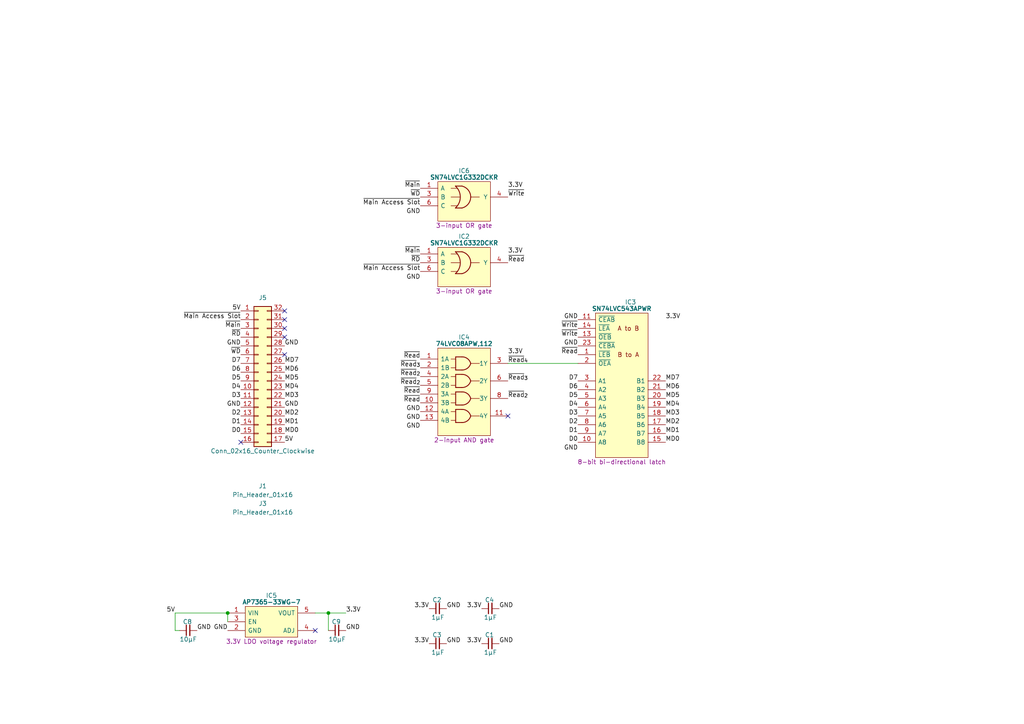
<source format=kicad_sch>
(kicad_sch (version 20230121) (generator eeschema)
  (paper "A4")
  (title_block (title "Main Memory Data") (date "2023-12-05") (rev "V0"))
  (lib_symbols
    (symbol "Connector_Generic:Conn_02x16_Counter_Clockwise" (pin_names (offset 1.016) hide)
      (property "Reference" "J" (at 1.27 20.32 0))
      (property "Value" "Conn_02x16_Counter_Clockwise" (at 1.27 -22.86 0))
      (symbol "Conn_02x16_Counter_Clockwise_1_1"
        (rectangle (start -1.27 -20.193) (end 0 -20.447) (stroke (width 0.1524)))
        (rectangle (start -1.27 -17.653) (end 0 -17.907) (stroke (width 0.1524)))
        (rectangle (start -1.27 -15.113) (end 0 -15.367) (stroke (width 0.1524)))
        (rectangle (start -1.27 -12.573) (end 0 -12.827) (stroke (width 0.1524)))
        (rectangle (start -1.27 -10.033) (end 0 -10.287) (stroke (width 0.1524)))
        (rectangle (start -1.27 -7.493) (end 0 -7.747) (stroke (width 0.1524)))
        (rectangle (start -1.27 -4.953) (end 0 -5.207) (stroke (width 0.1524)))
        (rectangle (start -1.27 -2.413) (end 0 -2.667) (stroke (width 0.1524)))
        (rectangle (start -1.27 0.127) (end 0 -0.127) (stroke (width 0.1524)))
        (rectangle (start -1.27 2.667) (end 0 2.413) (stroke (width 0.1524)))
        (rectangle (start -1.27 5.207) (end 0 4.953) (stroke (width 0.1524)))
        (rectangle (start -1.27 7.747) (end 0 7.493) (stroke (width 0.1524)))
        (rectangle (start -1.27 10.287) (end 0 10.033) (stroke (width 0.1524)))
        (rectangle (start -1.27 12.827) (end 0 12.573) (stroke (width 0.1524)))
        (rectangle (start -1.27 15.367) (end 0 15.113) (stroke (width 0.1524)))
        (rectangle (start -1.27 17.907) (end 0 17.653) (stroke (width 0.1524)))
        (rectangle (start -1.27 19.05) (end 3.81 -21.59) (stroke (width 0.254)) (fill (type background)))
        (rectangle (start 3.81 -20.193) (end 2.54 -20.447) (stroke (width 0.1524)))
        (rectangle (start 3.81 -17.653) (end 2.54 -17.907) (stroke (width 0.1524)))
        (rectangle (start 3.81 -15.113) (end 2.54 -15.367) (stroke (width 0.1524)))
        (rectangle (start 3.81 -12.573) (end 2.54 -12.827) (stroke (width 0.1524)))
        (rectangle (start 3.81 -10.033) (end 2.54 -10.287) (stroke (width 0.1524)))
        (rectangle (start 3.81 -7.493) (end 2.54 -7.747) (stroke (width 0.1524)))
        (rectangle (start 3.81 -4.953) (end 2.54 -5.207) (stroke (width 0.1524)))
        (rectangle (start 3.81 -2.413) (end 2.54 -2.667) (stroke (width 0.1524)))
        (rectangle (start 3.81 0.127) (end 2.54 -0.127) (stroke (width 0.1524)))
        (rectangle (start 3.81 2.667) (end 2.54 2.413) (stroke (width 0.1524)))
        (rectangle (start 3.81 5.207) (end 2.54 4.953) (stroke (width 0.1524)))
        (rectangle (start 3.81 7.747) (end 2.54 7.493) (stroke (width 0.1524)))
        (rectangle (start 3.81 10.287) (end 2.54 10.033) (stroke (width 0.1524)))
        (rectangle (start 3.81 12.827) (end 2.54 12.573) (stroke (width 0.1524)))
        (rectangle (start 3.81 15.367) (end 2.54 15.113) (stroke (width 0.1524)))
        (rectangle (start 3.81 17.907) (end 2.54 17.653) (stroke (width 0.1524)))
        (pin passive line (at -5.08 17.78 0) (length 3.81) (name "Pin_1") (number "1"))
        (pin passive line (at -5.08 -5.08 0) (length 3.81) (name "Pin_10") (number "10"))
        (pin passive line (at -5.08 -7.62 0) (length 3.81) (name "Pin_11") (number "11"))
        (pin passive line (at -5.08 -10.16 0) (length 3.81) (name "Pin_12") (number "12"))
        (pin passive line (at -5.08 -12.7 0) (length 3.81) (name "Pin_13") (number "13"))
        (pin passive line (at -5.08 -15.24 0) (length 3.81) (name "Pin_14") (number "14"))
        (pin passive line (at -5.08 -17.78 0) (length 3.81) (name "Pin_15") (number "15"))
        (pin passive line (at -5.08 -20.32 0) (length 3.81) (name "Pin_16") (number "16"))
        (pin passive line (at 7.62 -20.32 180) (length 3.81) (name "Pin_17") (number "17"))
        (pin passive line (at 7.62 -17.78 180) (length 3.81) (name "Pin_18") (number "18"))
        (pin passive line (at 7.62 -15.24 180) (length 3.81) (name "Pin_19") (number "19"))
        (pin passive line (at -5.08 15.24 0) (length 3.81) (name "Pin_2") (number "2"))
        (pin passive line (at 7.62 -12.7 180) (length 3.81) (name "Pin_20") (number "20"))
        (pin passive line (at 7.62 -10.16 180) (length 3.81) (name "Pin_21") (number "21"))
        (pin passive line (at 7.62 -7.62 180) (length 3.81) (name "Pin_22") (number "22"))
        (pin passive line (at 7.62 -5.08 180) (length 3.81) (name "Pin_23") (number "23"))
        (pin passive line (at 7.62 -2.54 180) (length 3.81) (name "Pin_24") (number "24"))
        (pin passive line (at 7.62 0 180) (length 3.81) (name "Pin_25") (number "25"))
        (pin passive line (at 7.62 2.54 180) (length 3.81) (name "Pin_26") (number "26"))
        (pin passive line (at 7.62 5.08 180) (length 3.81) (name "Pin_27") (number "27"))
        (pin passive line (at 7.62 7.62 180) (length 3.81) (name "Pin_28") (number "28"))
        (pin passive line (at 7.62 10.16 180) (length 3.81) (name "Pin_29") (number "29"))
        (pin passive line (at -5.08 12.7 0) (length 3.81) (name "Pin_3") (number "3"))
        (pin passive line (at 7.62 12.7 180) (length 3.81) (name "Pin_30") (number "30"))
        (pin passive line (at 7.62 15.24 180) (length 3.81) (name "Pin_31") (number "31"))
        (pin passive line (at 7.62 17.78 180) (length 3.81) (name "Pin_32") (number "32"))
        (pin passive line (at -5.08 10.16 0) (length 3.81) (name "Pin_4") (number "4"))
        (pin passive line (at -5.08 7.62 0) (length 3.81) (name "Pin_5") (number "5"))
        (pin passive line (at -5.08 5.08 0) (length 3.81) (name "Pin_6") (number "6"))
        (pin passive line (at -5.08 2.54 0) (length 3.81) (name "Pin_7") (number "7"))
        (pin passive line (at -5.08 0 0) (length 3.81) (name "Pin_8") (number "8"))
        (pin passive line (at -5.08 -2.54 0) (length 3.81) (name "Pin_9") (number "9"))
      )
    )
    (symbol "Diodes_Inc:AP7365-33WG-7" (pin_names (offset 0.762))
      (property "Reference" "IC" (at 12.7 5.08 0))
      (property "Value" "AP7365-33WG-7" (at 12.7 3.175 0))
      (property "Description" "3.3V LDO voltage regulator" (at 12.7 -8.255 0))
      (symbol "AP7365-33WG-7_0_0"
        (pin passive line (at 0 0 0) (length 5.08) (name "VIN") (number "1"))
        (pin passive line (at 0 -5.08 0) (length 5.08) (name "GND") (number "2"))
        (pin input line (at 0 -2.54 0) (length 5.08) (name "EN") (number "3"))
        (pin passive line (at 25.4 -5.08 180) (length 5.08) (name "ADJ") (number "4"))
        (pin passive line (at 25.4 0 180) (length 5.08) (name "VOUT") (number "5"))
      )
      (symbol "AP7365-33WG-7_0_1"
        (polyline (pts (xy 5.08 1.905) (xy 20.32 1.905) (xy 20.32 -6.985) (xy 5.08 -6.985) (xy 5.08 1.905)) (fill (type background)))
      )
    )
    (symbol "HCP65:C_0805" (pin_numbers hide) (pin_names (offset 0.254) hide)
      (property "Reference" "C" (at 2.286 2.54 0))
      (property "Value" "?μF" (at 2.54 -2.54 0))
      (symbol "C_0805_0_1"
        (polyline (pts (xy 1.9685 -1.4605) (xy 1.9685 1.5875)) (stroke (width 0.3048)))
        (polyline (pts (xy 2.9845 -1.4605) (xy 2.9845 1.5875)) (stroke (width 0.3302)))
      )
      (symbol "C_0805_1_1"
        (pin passive line (at 0 0 0) (length 2.032) (name "~") (number "1"))
        (pin passive line (at 5.08 0 180) (length 2.032) (name "~") (number "2"))
      )
    )
    (symbol "HCP65:Pin_Header_01x16" (pin_names (offset 1.016) hide)
      (property "Reference" "J" (at 0 1.27 0))
      (property "Value" "Pin_Header_01x16" (at 0 -1.27 0))
    )
    (symbol "Nexperia:74LVC08APW,112" (pin_names (offset 0.762))
      (property "Reference" "IC" (at 12.7 6.35 0))
      (property "Value" "74LVC08APW,112" (at 12.7 4.445 0))
      (property "Description" "2-input AND gate" (at 12.7 -23.495 0))
      (symbol "74LVC08APW,112_0_0"
        (pin input line (at 0 0 0) (length 5.08) (name "1A") (number "1"))
        (pin input line (at 0 -12.7 0) (length 5.08) (name "3B") (number "10"))
        (pin output line (at 25.4 -16.51 180) (length 5.08) (name "4Y") (number "11"))
        (pin input line (at 0 -15.24 0) (length 5.08) (name "4A") (number "12"))
        (pin input line (at 0 -17.78 0) (length 5.08) (name "4B") (number "13"))
        (pin passive line (at 25.4 1.27 180) (length 5.08) hide (name "3V") (number "14"))
        (pin input line (at 0 -2.54 0) (length 5.08) (name "1B") (number "2"))
        (pin passive line (at 25.4 -1.27 180) (length 5.08) (name "1Y") (number "3"))
        (pin input line (at 0 -5.08 0) (length 5.08) (name "2A") (number "4"))
        (pin input line (at 0 -7.62 0) (length 5.08) (name "2B") (number "5"))
        (pin output line (at 25.4 -6.35 180) (length 5.08) (name "2Y") (number "6"))
        (pin passive line (at 0 -20.32 0) (length 5.08) hide (name "GND") (number "7"))
        (pin output line (at 25.4 -11.43 180) (length 5.08) (name "3Y") (number "8"))
        (pin input line (at 0 -10.16 0) (length 5.08) (name "3A") (number "9"))
      )
      (symbol "74LVC08APW,112_0_1"
        (polyline (pts (xy 8.89 -17.78) (xy 10.1599 -17.78)))
        (polyline (pts (xy 8.89 -15.24) (xy 10.1599 -15.24)))
        (polyline (pts (xy 8.89 -12.7) (xy 10.1599 -12.7)))
        (polyline (pts (xy 8.89 -10.16) (xy 10.1599 -10.16)))
        (polyline (pts (xy 8.89 -7.62) (xy 10.1599 -7.62)))
        (polyline (pts (xy 8.89 -5.08) (xy 10.1599 -5.08)))
        (polyline (pts (xy 8.89 -2.54) (xy 10.1599 -2.54)))
        (polyline (pts (xy 8.89 0) (xy 10.1599 0)))
        (polyline (pts (xy 10.248 -14.605) (xy 10.248 -18.415)) (stroke (width 0.254)) (fill (type background)))
        (polyline (pts (xy 10.248 -9.525) (xy 10.248 -13.335)) (stroke (width 0.254)) (fill (type background)))
        (polyline (pts (xy 10.248 -4.445) (xy 10.248 -8.255)) (stroke (width 0.254)) (fill (type background)))
        (polyline (pts (xy 10.248 0.635) (xy 10.248 -3.175)) (stroke (width 0.254)) (fill (type background)))
        (polyline (pts (xy 12.065 -18.415) (xy 10.248 -18.415)) (stroke (width 0.254)) (fill (type background)))
        (polyline (pts (xy 12.065 -14.605) (xy 10.248 -14.605)) (stroke (width 0.254)) (fill (type background)))
        (polyline (pts (xy 12.065 -13.335) (xy 10.248 -13.335)) (stroke (width 0.254)) (fill (type background)))
        (polyline (pts (xy 12.065 -9.525) (xy 10.248 -9.525)) (stroke (width 0.254)) (fill (type background)))
        (polyline (pts (xy 12.065 -8.255) (xy 10.248 -8.255)) (stroke (width 0.254)) (fill (type background)))
        (polyline (pts (xy 12.065 -4.445) (xy 10.248 -4.445)) (stroke (width 0.254)) (fill (type background)))
        (polyline (pts (xy 12.065 -3.175) (xy 10.248 -3.175)) (stroke (width 0.254)) (fill (type background)))
        (polyline (pts (xy 12.065 0.635) (xy 10.248 0.635)) (stroke (width 0.254)) (fill (type background)))
        (polyline (pts (xy 14.605 -16.51) (xy 17.145 -16.51)))
        (polyline (pts (xy 14.605 -11.43) (xy 17.145 -11.43)))
        (polyline (pts (xy 14.605 -6.35) (xy 17.145 -6.35)))
        (polyline (pts (xy 14.605 -1.27) (xy 17.145 -1.27)))
        (polyline (pts (xy 5.08 3.175) (xy 20.32 3.175) (xy 20.32 -22.225) (xy 5.08 -22.225) (xy 5.08 3.175)) (stroke (width 0.1524)) (fill (type background)))
        (arc (start 12.065 -18.415) (mid 13.6634 -17.9004) (end 14.605 -16.51) (stroke (width 0.254)))
        (arc (start 12.065 -13.335) (mid 13.6634 -12.8204) (end 14.605 -11.43) (stroke (width 0.254)))
        (arc (start 12.065 -8.255) (mid 13.6634 -7.7404) (end 14.605 -6.35) (stroke (width 0.254)))
        (arc (start 12.065 -3.175) (mid 13.6634 -2.6604) (end 14.605 -1.27) (stroke (width 0.254)))
        (arc (start 14.605 -16.51) (mid 13.6646 -15.118) (end 12.065 -14.605) (stroke (width 0.254)))
        (arc (start 14.605 -11.43) (mid 13.6646 -10.038) (end 12.065 -9.525) (stroke (width 0.254)))
        (arc (start 14.605 -6.35) (mid 13.6646 -4.958) (end 12.065 -4.445) (stroke (width 0.254)))
        (arc (start 14.605 -1.27) (mid 13.6646 0.122) (end 12.065 0.635) (stroke (width 0.254)))
      )
    )
    (symbol "Texas_Instruments:SN74LVC1G332DCKR" (pin_names (offset 0.762))
      (property "Reference" "IC" (at 12.7 5.08 0))
      (property "Value" "SN74LVC1G332DCKR" (at 12.7 3.175 0))
      (property "Description" "3-input OR gate" (at 12.7 -10.795 0))
      (symbol "SN74LVC1G332DCKR_0_0"
        (pin input line (at 0 0 0) (length 5.08) (name "A") (number "1"))
        (pin passive line (at 0 -7.62 0) (length 5.08) hide (name "GND") (number "2"))
        (pin input line (at 0 -2.54 0) (length 5.08) (name "B") (number "3"))
        (pin input line (at 25.4 -2.54 180) (length 5.08) (name "Y") (number "4"))
        (pin passive line (at 25.4 0 180) (length 5.08) hide (name "3V") (number "5"))
        (pin input line (at 0 -5.08 0) (length 5.08) (name "C") (number "6"))
      )
      (symbol "SN74LVC1G332DCKR_0_1"
        (polyline (pts (xy 8.89 -5.08) (xy 10.795 -5.08)))
        (polyline (pts (xy 8.89 -2.54) (xy 11.43 -2.54)))
        (polyline (pts (xy 8.89 0) (xy 10.795 0)))
        (polyline (pts (xy 12.065 -5.715) (xy 10.16 -5.715)) (stroke (width 0.254)) (fill (type background)))
        (polyline (pts (xy 12.065 0.635) (xy 10.16 0.635)) (stroke (width 0.254)) (fill (type background)))
        (polyline (pts (xy 14.605 -2.54) (xy 17.145 -2.54)))
        (polyline (pts (xy 5.08 1.905) (xy 20.32 1.905) (xy 20.32 -9.525) (xy 5.08 -9.525) (xy 5.08 1.905)) (stroke (width 0.1524)) (fill (type background)))
        (arc (start 10.16 -5.715) (mid 11.5867 -2.54) (end 10.16 0.635) (stroke (width 0.254)))
        (arc (start 12.065 -5.715) (mid 13.881 -4.5643) (end 14.605 -2.54) (stroke (width 0.254)))
        (arc (start 14.605 -2.54) (mid 13.8822 -0.5148) (end 12.065 0.635) (stroke (width 0.254)))
      )
    )
    (symbol "Texas_Instruments:SN74LVC543APWR" (pin_names (offset 0.762))
      (property "Reference" "IC" (at 12.7 5.08 0))
      (property "Value" "SN74LVC543APWR" (at 12.7 3.175 0))
      (property "Description" "8-bit bi-directional latch" (at 12.7 -41.275 0))
      (symbol "SN74LVC543APWR_0_0"
        (pin passive line (at 0 -35.56 0) (length 5.08) (name "A8") (number "10"))
        (pin passive line (at 0 0 0) (length 5.08) (name "~{CEAB}") (number "11"))
        (pin passive line (at 25.4 -35.56 180) (length 5.08) (name "B8") (number "15"))
        (pin passive line (at 25.4 -33.02 180) (length 5.08) (name "B7") (number "16"))
        (pin passive line (at 25.4 -30.48 180) (length 5.08) (name "B6") (number "17"))
        (pin passive line (at 25.4 -27.94 180) (length 5.08) (name "B5") (number "18"))
        (pin passive line (at 25.4 -25.4 180) (length 5.08) (name "B4") (number "19"))
        (pin passive line (at 25.4 -22.86 180) (length 5.08) (name "B3") (number "20"))
        (pin passive line (at 25.4 -20.32 180) (length 5.08) (name "B2") (number "21"))
        (pin passive line (at 25.4 -17.78 180) (length 5.08) (name "B1") (number "22"))
        (pin passive line (at 0 -7.62 0) (length 5.08) (name "~{CEBA}") (number "23"))
        (pin passive line (at 0 -17.78 0) (length 5.08) (name "A1") (number "3"))
        (pin passive line (at 0 -20.32 0) (length 5.08) (name "A2") (number "4"))
        (pin passive line (at 0 -22.86 0) (length 5.08) (name "A3") (number "5"))
        (pin passive line (at 0 -25.4 0) (length 5.08) (name "A4") (number "6"))
        (pin passive line (at 0 -27.94 0) (length 5.08) (name "A5") (number "7"))
        (pin passive line (at 0 -30.48 0) (length 5.08) (name "A6") (number "8"))
        (pin passive line (at 0 -33.02 0) (length 5.08) (name "A7") (number "9"))
      )
      (symbol "SN74LVC543APWR_0_1"
        (polyline (pts (xy 5.08 1.905) (xy 20.32 1.905) (xy 20.32 -40.005) (xy 5.08 -40.005) (xy 5.08 1.905)) (stroke (width 0.1524)) (fill (type background)))
      )
      (symbol "SN74LVC543APWR_1_0"
        (pin passive line (at 0 -10.16 0) (length 5.08) (name "~{LEB}") (number "1"))
        (pin passive line (at 0 -38.1 0) (length 5.08) hide (name "GND") (number "12"))
        (pin passive line (at 0 -5.08 0) (length 5.08) (name "~{OEB}") (number "13"))
        (pin passive line (at 0 -2.54 0) (length 5.08) (name "~{LEA}") (number "14"))
        (pin passive line (at 0 -12.7 0) (length 5.08) (name "~{OEA}") (number "2"))
        (pin passive line (at 25.4 0 180) (length 5.08) hide (name "3V") (number "24"))
      )
      (symbol "SN74LVC543APWR_1_1"
        (text "A to B" (at 14.605 -2.54 0) (effects (font (size 1.27 1.27))))
        (text "B to A" (at 14.605 -10.16 0) (effects (font (size 1.27 1.27))))
      )
    )
  )
  (junction (at 66.04 177.8))
  (junction (at 95.25 177.8))
  (no_connect (at 82.55 97.79))
  (no_connect (at 82.55 102.87))
  (no_connect (at 91.44 182.88))
  (no_connect (at 82.55 95.25))
  (no_connect (at 82.55 92.71))
  (no_connect (at 69.85 128.27))
  (no_connect (at 82.55 90.17))
  (no_connect (at 147.32 120.65))
  (wire (pts (xy 95.25 182.88) (xy 95.25 177.8)))
  (wire (pts (xy 50.8 177.8) (xy 66.04 177.8)))
  (wire (pts (xy 66.04 177.8) (xy 66.04 180.34)))
  (wire (pts (xy 91.44 177.8) (xy 95.25 177.8)))
  (wire (pts (xy 147.32 105.41) (xy 167.64 105.41)))
  (wire (pts (xy 50.8 177.8) (xy 50.8 182.88)))
  (wire (pts (xy 50.8 182.88) (xy 52.07 182.88)))
  (wire (pts (xy 95.25 177.8) (xy 100.33 177.8)))
  (label "3.3V" (at 147.32 73.66 0))
  (label "GND" (at 167.64 92.71 180))
  (label "GND" (at 121.92 119.38 180))
  (label "~{Main}" (at 69.85 95.25 180))
  (label "MD6" (at 82.55 107.95 0))
  (label "D5" (at 167.64 115.57 180))
  (label "~{WD}" (at 69.85 102.87 180))
  (label "~{Read}_{3}" (at 121.92 106.68 180))
  (label "D2" (at 69.85 120.65 180))
  (label "GND" (at 129.54 176.53 0))
  (label "D0" (at 69.85 125.73 180))
  (label "GND" (at 100.33 182.88 0))
  (label "GND" (at 129.54 186.69 0))
  (label "~{Read}_{2}" (at 121.92 111.76 180))
  (label "~{Read}_{2}" (at 121.92 109.22 180))
  (label "~{Read}" (at 167.64 102.87 180))
  (label "D7" (at 167.64 110.49 180))
  (label "MD5" (at 193.04 115.57 0))
  (label "MD4" (at 82.55 113.03 0))
  (label "~{Write}" (at 167.64 95.25 180))
  (label "GND" (at 57.15 182.88 0))
  (label "5V" (at 50.8 177.8 180))
  (label "~{Read}_{3}" (at 147.32 110.49 0))
  (label "GND" (at 167.64 100.33 180))
  (label "~{Main}" (at 121.92 73.66 180))
  (label "~{Read}" (at 121.92 114.3 180))
  (label "D3" (at 69.85 115.57 180))
  (label "MD7" (at 82.55 105.41 0))
  (label "~{Read}" (at 121.92 104.14 180))
  (label "GND" (at 66.04 182.88 180))
  (label "~{RD}" (at 69.85 97.79 180))
  (label "3.3V" (at 147.32 54.61 0))
  (label "~{Read}_{4}" (at 147.32 105.41 0))
  (label "GND" (at 82.55 118.11 0))
  (label "3.3V" (at 124.46 186.69 180))
  (label "GND" (at 121.92 81.28 180))
  (label "5V" (at 69.85 90.17 180))
  (label "~{Main Access Slot}" (at 121.92 78.74 180))
  (label "3.3V" (at 139.7 186.69 180))
  (label "D4" (at 167.64 118.11 180))
  (label "GND" (at 82.55 100.33 0))
  (label "D3" (at 167.64 120.65 180))
  (label "~{RD}" (at 121.92 76.2 180))
  (label "~{Read}" (at 147.32 76.2 0))
  (label "D0" (at 167.64 128.27 180))
  (label "3.3V" (at 139.7 176.53 180))
  (label "MD3" (at 82.55 115.57 0))
  (label "3.3V" (at 193.04 92.71 0))
  (label "GND" (at 121.92 62.23 180))
  (label "~{Main}" (at 121.92 54.61 180))
  (label "~{Read}" (at 121.92 116.84 180))
  (label "D1" (at 69.85 123.19 180))
  (label "GND" (at 121.92 121.92 180))
  (label "3.3V" (at 124.46 176.53 180))
  (label "GND" (at 69.85 118.11 180))
  (label "GND" (at 144.78 186.69 0))
  (label "D4" (at 69.85 113.03 180))
  (label "~{Main Access Slot}" (at 69.85 92.71 180))
  (label "GND" (at 167.64 130.81 180))
  (label "3.3V" (at 100.33 177.8 0))
  (label "D6" (at 69.85 107.95 180))
  (label "D5" (at 69.85 110.49 180))
  (label "MD6" (at 193.04 113.03 0))
  (label "GND" (at 69.85 100.33 180))
  (label "~{Read}_{2}" (at 147.32 115.57 0))
  (label "D2" (at 167.64 123.19 180))
  (label "5V" (at 82.55 128.27 0))
  (label "MD7" (at 193.04 110.49 0))
  (label "D1" (at 167.64 125.73 180))
  (label "MD4" (at 193.04 118.11 0))
  (label "D6" (at 167.64 113.03 180))
  (label "MD2" (at 193.04 123.19 0))
  (label "~{Write}" (at 147.32 57.15 0))
  (label "MD2" (at 82.55 120.65 0))
  (label "MD3" (at 193.04 120.65 0))
  (label "MD0" (at 82.55 125.73 0))
  (label "MD1" (at 193.04 125.73 0))
  (label "~{Main Access Slot}" (at 121.92 59.69 180))
  (label "GND" (at 144.78 176.53 0))
  (label "MD0" (at 193.04 128.27 0))
  (label "MD1" (at 82.55 123.19 0))
  (label "~{WD}" (at 121.92 57.15 180))
  (label "3.3V" (at 147.32 102.87 0))
  (label "~{Write}" (at 167.64 97.79 180))
  (label "GND" (at 121.92 124.46 180))
  (label "MD5" (at 82.55 110.49 0))
  (label "D7" (at 69.85 105.41 180))
  (symbol (lib_id "HCP65:C_0805") (at 124.46 176.53 0) (unit 1)
    (property "Reference" "C2" (at 126.746 173.99 0))
    (property "Value" "1μF" (at 127 179.07 0))
    (property "Footprint" "SamacSys_Parts:C_0805" (effects hide))
  )
  (symbol (lib_id "Texas_Instruments:SN74LVC543APWR") (at 167.64 92.71 0) (unit 1)
    (property "Reference" "IC3" (at 182.88 87.63 0))
    (property "Value" "SN74LVC543APWR" (at 180.34 89.535 0) (effects (font bold)))
    (property "Footprint" "SOP65P640X120-24N" (effects hide))
    (property "Datasheet" "http://www.ti.com/lit/gpn/sn74lvc543a" (effects hide))
    (property "Description" "8-bit bi-directional latch" (at 180.34 133.985 0))
    (property "Height" "1.2" (effects hide))
    (property "Mouser Part Number" "595-SN74LVC543APWR" (effects hide))
    (property "Mouser Price/Stock" "https://www.mouser.co.uk/ProductDetail/Texas-Instruments/SN74LVC543APWR?qs=d9gICRQKuCc0CiW%2F%252BYP3xw%3D%3D" (effects hide))
    (property "Manufacturer_Name" "Texas Instruments" (effects hide))
    (property "Manufacturer_Part_Number" "SN74LVC543APWR" (effects hide))
    (property "Silkscreen" "74LVC543" (effects hide))
  )
  (symbol (lib_id "HCP65:C_0805") (at 124.46 186.69 0) (unit 1)
    (property "Reference" "C3" (at 126.746 184.15 0))
    (property "Value" "1μF" (at 127 189.23 0))
    (property "Footprint" "SamacSys_Parts:C_0805" (effects hide))
  )
  (symbol (lib_id "HCP65:C_0805") (at 139.7 176.53 0) (unit 1)
    (property "Reference" "C4" (at 141.986 173.99 0))
    (property "Value" "1μF" (at 142.24 179.07 0))
    (property "Footprint" "SamacSys_Parts:C_0805" (effects hide))
  )
  (symbol (lib_id "Texas_Instruments:SN74LVC1G332DCKR") (at 121.92 73.66 0) (unit 1)
    (property "Reference" "IC2" (at 134.62 68.58 0))
    (property "Value" "SN74LVC1G332DCKR" (at 134.62 70.485 0) (effects (font bold)))
    (property "Footprint" "SOT65P210X110-6N" (effects hide))
    (property "Datasheet" "http://www.ti.com/lit/gpn/sn74lvc1g332" (effects hide))
    (property "Description" "3-input OR gate" (at 134.62 84.455 0))
    (property "Height" "1.1" (effects hide))
    (property "Mouser Part Number" "595-SN74LVC1G332DCKR" (effects hide))
    (property "Mouser Price/Stock" "https://www.mouser.co.uk/ProductDetail/Texas-Instruments/SN74LVC1G332DCKR?qs=nqigI8dpoHJbC41czqKUfw%3D%3D" (effects hide))
    (property "Manufacturer_Name" "Texas Instruments" (effects hide))
    (property "Manufacturer_Part_Number" "SN74LVC1G332DCKR" (effects hide))
    (property "Silkscreen" "'1G332" (effects hide))
  )
  (symbol (lib_id "Connector_Generic:Conn_02x16_Counter_Clockwise") (at 74.93 107.95 0) (unit 1)
    (property "Reference" "J5" (at 76.2 86.36 0))
    (property "Value" "Conn_02x16_Counter_Clockwise" (at 76.2 130.81 0))
    (property "Footprint" "SamacSys_Parts:DIP-32_Board_W15.24mm" (effects hide))
  )
  (symbol (lib_id "Texas_Instruments:SN74LVC1G332DCKR") (at 121.92 54.61 0) (unit 1)
    (property "Reference" "IC6" (at 134.62 49.53 0))
    (property "Value" "SN74LVC1G332DCKR" (at 134.62 51.435 0) (effects (font bold)))
    (property "Footprint" "SOT65P210X110-6N" (effects hide))
    (property "Datasheet" "http://www.ti.com/lit/gpn/sn74lvc1g332" (effects hide))
    (property "Description" "3-input OR gate" (at 134.62 65.405 0))
    (property "Height" "1.1" (effects hide))
    (property "Mouser Part Number" "595-SN74LVC1G332DCKR" (effects hide))
    (property "Mouser Price/Stock" "https://www.mouser.co.uk/ProductDetail/Texas-Instruments/SN74LVC1G332DCKR?qs=nqigI8dpoHJbC41czqKUfw%3D%3D" (effects hide))
    (property "Manufacturer_Name" "Texas Instruments" (effects hide))
    (property "Manufacturer_Part_Number" "SN74LVC1G332DCKR" (effects hide))
    (property "Silkscreen" "'1G332" (effects hide))
  )
  (symbol (lib_id "HCP65:Pin_Header_01x16") (at 76.2 147.32 0) (unit 1)
    (property "Reference" "J3" (at 76.2 146.05 0))
    (property "Value" "Pin_Header_01x16" (at 76.2 148.59 0))
    (property "Footprint" "SamacSys_Parts:PinHeader_1x16_P2.54mm_Vertical" (effects hide))
  )
  (symbol (lib_id "HCP65:Pin_Header_01x16") (at 76.2 142.24 0) (unit 1)
    (property "Reference" "J1" (at 76.2 140.97 0))
    (property "Value" "Pin_Header_01x16" (at 76.2 143.51 0))
    (property "Footprint" "SamacSys_Parts:PinHeader_1x16_P2.54mm_Vertical" (effects hide))
  )
  (symbol (lib_id "Nexperia:74LVC08APW,112") (at 121.92 104.14 0) (unit 1)
    (property "Reference" "IC4" (at 134.62 97.79 0))
    (property "Value" "74LVC08APW,112" (at 134.62 99.695 0) (effects (font bold)))
    (property "Footprint" "SOP65P640X110-14N" (effects hide))
    (property "Datasheet" "https://assets.nexperia.com/documents/data-sheet/74LVC08A.pdf" (effects hide))
    (property "Description" "2-input AND gate" (at 134.62 127.635 0))
    (property "Height" "1.1" (effects hide))
    (property "Manufacturer_Name" "Nexperia" (effects hide))
    (property "Manufacturer_Part_Number" "74LVC08APW,112" (effects hide))
    (property "Mouser Part Number" "771-74LVC08APW" (effects hide))
    (property "Mouser Price/Stock" "https://www.mouser.com/Search/Refine.aspx?Keyword=771-74LVC08APW" (effects hide))
    (property "Silkscreen" "74LVC08" (effects hide))
  )
  (symbol (lib_id "HCP65:C_0805") (at 52.07 182.88 0) (unit 1)
    (property "Reference" "C8" (at 54.356 180.34 0))
    (property "Value" "10µF" (at 52.07 185.42 0) (effects (justify left)))
    (property "Footprint" "SamacSys_Parts:C_0805" (effects hide))
  )
  (symbol (lib_id "Diodes_Inc:AP7365-33WG-7") (at 66.04 177.8 0) (unit 1)
    (property "Reference" "IC5" (at 78.74 172.72 0))
    (property "Value" "AP7365-33WG-7" (at 78.74 174.625 0) (effects (font bold)))
    (property "Footprint" "SOT95P285X130-5N" (effects hide))
    (property "Datasheet" "https://componentsearchengine.com/Datasheets/1/AP7365-33WG-7.pdf" (effects hide))
    (property "Description" "3.3V LDO voltage regulator" (at 78.74 186.055 0))
    (property "Height" "1.3" (effects hide))
    (property "Manufacturer_Name" "Diodes Inc." (effects hide))
    (property "Manufacturer_Part_Number" "AP7365-33WG-7" (effects hide))
    (property "Mouser Part Number" "621-AP7365-33WG-7" (effects hide))
    (property "Mouser Price/Stock" "https://www.mouser.co.uk/ProductDetail/Diodes-Incorporated/AP7365-33WG-7?qs=abZ1nkZpTuOZFvxvoFPL0w%3D%3D" (effects hide))
    (property "Arrow Part Number" "AP7365-33WG-7" (effects hide))
    (property "Arrow Price/Stock" "https://www.arrow.com/en/products/ap7365-33wg-7/diodes-incorporated?region=nac" (effects hide))
    (property "Silkscreen" "AP7365" (effects hide))
  )
  (symbol (lib_id "HCP65:C_0805") (at 95.25 182.88 0) (unit 1)
    (property "Reference" "C9" (at 97.536 180.34 0))
    (property "Value" "10µF" (at 95.25 185.42 0) (effects (justify left)))
    (property "Footprint" "SamacSys_Parts:C_0805" (effects hide))
  )
  (symbol (lib_id "HCP65:C_0805") (at 139.7 186.69 0) (unit 1)
    (property "Reference" "C1" (at 141.986 184.15 0))
    (property "Value" "1μF" (at 142.24 189.23 0))
    (property "Footprint" "SamacSys_Parts:C_0805" (effects hide))
  )
)
</source>
